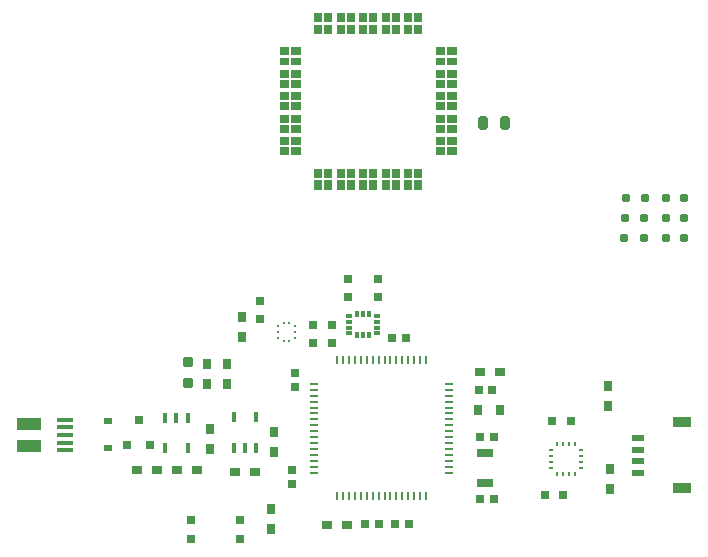
<source format=gbr>
%TF.GenerationSoftware,KiCad,Pcbnew,8.0.8*%
%TF.CreationDate,2025-01-20T12:07:48-06:00*%
%TF.ProjectId,tempo,74656d70-6f2e-46b6-9963-61645f706362,rev?*%
%TF.SameCoordinates,Original*%
%TF.FileFunction,Paste,Top*%
%TF.FilePolarity,Positive*%
%FSLAX46Y46*%
G04 Gerber Fmt 4.6, Leading zero omitted, Abs format (unit mm)*
G04 Created by KiCad (PCBNEW 8.0.8) date 2025-01-20 12:07:48*
%MOMM*%
%LPD*%
G01*
G04 APERTURE LIST*
G04 Aperture macros list*
%AMRoundRect*
0 Rectangle with rounded corners*
0 $1 Rounding radius*
0 $2 $3 $4 $5 $6 $7 $8 $9 X,Y pos of 4 corners*
0 Add a 4 corners polygon primitive as box body*
4,1,4,$2,$3,$4,$5,$6,$7,$8,$9,$2,$3,0*
0 Add four circle primitives for the rounded corners*
1,1,$1+$1,$2,$3*
1,1,$1+$1,$4,$5*
1,1,$1+$1,$6,$7*
1,1,$1+$1,$8,$9*
0 Add four rect primitives between the rounded corners*
20,1,$1+$1,$2,$3,$4,$5,0*
20,1,$1+$1,$4,$5,$6,$7,0*
20,1,$1+$1,$6,$7,$8,$9,0*
20,1,$1+$1,$8,$9,$2,$3,0*%
G04 Aperture macros list end*
%ADD10C,0.010000*%
%ADD11RoundRect,0.180000X0.180000X0.200000X-0.180000X0.200000X-0.180000X-0.200000X0.180000X-0.200000X0*%
%ADD12R,0.800000X0.880000*%
%ADD13R,0.880000X0.800000*%
%ADD14RoundRect,0.160000X-0.160000X-0.220000X0.160000X-0.220000X0.160000X0.220000X-0.160000X0.220000X0*%
%ADD15R,0.440000X0.960000*%
%ADD16R,0.720000X0.680000*%
%ADD17R,1.080000X0.480000*%
%ADD18R,1.600000X0.960000*%
%ADD19R,0.664000X0.504000*%
%ADD20RoundRect,0.200000X-0.200000X-0.380000X0.200000X-0.380000X0.200000X0.380000X-0.200000X0.380000X0*%
%ADD21RoundRect,0.025830X0.237670X0.117670X-0.237670X0.117670X-0.237670X-0.117670X0.237670X-0.117670X0*%
%ADD22RoundRect,0.025830X-0.117670X0.237670X-0.117670X-0.237670X0.117670X-0.237670X0.117670X0.237670X0*%
%ADD23R,0.680000X0.720000*%
%ADD24R,1.440000X0.800000*%
%ADD25RoundRect,0.180000X-0.200000X0.180000X-0.200000X-0.180000X0.200000X-0.180000X0.200000X0.180000X0*%
%ADD26R,0.640000X0.960000*%
%ADD27RoundRect,0.120000X0.280000X0.280000X-0.280000X0.280000X-0.280000X-0.280000X0.280000X-0.280000X0*%
%ADD28R,0.800000X0.176000*%
%ADD29R,0.176000X0.800000*%
%ADD30RoundRect,0.180000X0.200000X-0.180000X0.200000X0.180000X-0.200000X0.180000X-0.200000X-0.180000X0*%
%ADD31RoundRect,0.175000X0.175000X0.205000X-0.175000X0.205000X-0.175000X-0.205000X0.175000X-0.205000X0*%
%ADD32R,0.203200X0.223520*%
%ADD33R,0.223520X0.203200*%
%ADD34R,0.720000X0.800000*%
%ADD35R,0.640000X0.720000*%
%ADD36R,1.400000X0.320000*%
%ADD37R,2.000000X1.140000*%
%ADD38R,0.243840X0.365760*%
%ADD39R,0.365760X0.243840*%
G04 APERTURE END LIST*
D10*
%TO.C,U2*%
X160845000Y-69610000D02*
X160265000Y-69610000D01*
X160265000Y-68890000D01*
X160845000Y-68890000D01*
X160845000Y-69610000D01*
G36*
X160845000Y-69610000D02*
G01*
X160265000Y-69610000D01*
X160265000Y-68890000D01*
X160845000Y-68890000D01*
X160845000Y-69610000D01*
G37*
X159995000Y-69610000D02*
X159415000Y-69610000D01*
X159415000Y-68890000D01*
X159995000Y-68890000D01*
X159995000Y-69610000D01*
G36*
X159995000Y-69610000D02*
G01*
X159415000Y-69610000D01*
X159415000Y-68890000D01*
X159995000Y-68890000D01*
X159995000Y-69610000D01*
G37*
X158945000Y-69610000D02*
X158365000Y-69610000D01*
X158365000Y-68890000D01*
X158945000Y-68890000D01*
X158945000Y-69610000D01*
G36*
X158945000Y-69610000D02*
G01*
X158365000Y-69610000D01*
X158365000Y-68890000D01*
X158945000Y-68890000D01*
X158945000Y-69610000D01*
G37*
X158095000Y-69610000D02*
X157515000Y-69610000D01*
X157515000Y-68890000D01*
X158095000Y-68890000D01*
X158095000Y-69610000D01*
G36*
X158095000Y-69610000D02*
G01*
X157515000Y-69610000D01*
X157515000Y-68890000D01*
X158095000Y-68890000D01*
X158095000Y-69610000D01*
G37*
X157045000Y-69610000D02*
X156465000Y-69610000D01*
X156465000Y-68890000D01*
X157045000Y-68890000D01*
X157045000Y-69610000D01*
G36*
X157045000Y-69610000D02*
G01*
X156465000Y-69610000D01*
X156465000Y-68890000D01*
X157045000Y-68890000D01*
X157045000Y-69610000D01*
G37*
X156195000Y-69610000D02*
X155615000Y-69610000D01*
X155615000Y-68890000D01*
X156195000Y-68890000D01*
X156195000Y-69610000D01*
G36*
X156195000Y-69610000D02*
G01*
X155615000Y-69610000D01*
X155615000Y-68890000D01*
X156195000Y-68890000D01*
X156195000Y-69610000D01*
G37*
X155145000Y-69610000D02*
X154565000Y-69610000D01*
X154565000Y-68890000D01*
X155145000Y-68890000D01*
X155145000Y-69610000D01*
G36*
X155145000Y-69610000D02*
G01*
X154565000Y-69610000D01*
X154565000Y-68890000D01*
X155145000Y-68890000D01*
X155145000Y-69610000D01*
G37*
X154295000Y-69610000D02*
X153715000Y-69610000D01*
X153715000Y-68890000D01*
X154295000Y-68890000D01*
X154295000Y-69610000D01*
G36*
X154295000Y-69610000D02*
G01*
X153715000Y-69610000D01*
X153715000Y-68890000D01*
X154295000Y-68890000D01*
X154295000Y-69610000D01*
G37*
X153245000Y-69610000D02*
X152665000Y-69610000D01*
X152665000Y-68890000D01*
X153245000Y-68890000D01*
X153245000Y-69610000D01*
G36*
X153245000Y-69610000D02*
G01*
X152665000Y-69610000D01*
X152665000Y-68890000D01*
X153245000Y-68890000D01*
X153245000Y-69610000D01*
G37*
X152395000Y-69610000D02*
X151815000Y-69610000D01*
X151815000Y-68890000D01*
X152395000Y-68890000D01*
X152395000Y-69610000D01*
G36*
X152395000Y-69610000D02*
G01*
X151815000Y-69610000D01*
X151815000Y-68890000D01*
X152395000Y-68890000D01*
X152395000Y-69610000D01*
G37*
X160845000Y-70610000D02*
X160265000Y-70610000D01*
X160265000Y-69890000D01*
X160845000Y-69890000D01*
X160845000Y-70610000D01*
G36*
X160845000Y-70610000D02*
G01*
X160265000Y-70610000D01*
X160265000Y-69890000D01*
X160845000Y-69890000D01*
X160845000Y-70610000D01*
G37*
X159995000Y-70610000D02*
X159415000Y-70610000D01*
X159415000Y-69890000D01*
X159995000Y-69890000D01*
X159995000Y-70610000D01*
G36*
X159995000Y-70610000D02*
G01*
X159415000Y-70610000D01*
X159415000Y-69890000D01*
X159995000Y-69890000D01*
X159995000Y-70610000D01*
G37*
X158945000Y-70610000D02*
X158365000Y-70610000D01*
X158365000Y-69890000D01*
X158945000Y-69890000D01*
X158945000Y-70610000D01*
G36*
X158945000Y-70610000D02*
G01*
X158365000Y-70610000D01*
X158365000Y-69890000D01*
X158945000Y-69890000D01*
X158945000Y-70610000D01*
G37*
X158095000Y-70610000D02*
X157515000Y-70610000D01*
X157515000Y-69890000D01*
X158095000Y-69890000D01*
X158095000Y-70610000D01*
G36*
X158095000Y-70610000D02*
G01*
X157515000Y-70610000D01*
X157515000Y-69890000D01*
X158095000Y-69890000D01*
X158095000Y-70610000D01*
G37*
X157045000Y-70610000D02*
X156465000Y-70610000D01*
X156465000Y-69890000D01*
X157045000Y-69890000D01*
X157045000Y-70610000D01*
G36*
X157045000Y-70610000D02*
G01*
X156465000Y-70610000D01*
X156465000Y-69890000D01*
X157045000Y-69890000D01*
X157045000Y-70610000D01*
G37*
X156195000Y-70610000D02*
X155615000Y-70610000D01*
X155615000Y-69890000D01*
X156195000Y-69890000D01*
X156195000Y-70610000D01*
G36*
X156195000Y-70610000D02*
G01*
X155615000Y-70610000D01*
X155615000Y-69890000D01*
X156195000Y-69890000D01*
X156195000Y-70610000D01*
G37*
X155145000Y-70610000D02*
X154565000Y-70610000D01*
X154565000Y-69890000D01*
X155145000Y-69890000D01*
X155145000Y-70610000D01*
G36*
X155145000Y-70610000D02*
G01*
X154565000Y-70610000D01*
X154565000Y-69890000D01*
X155145000Y-69890000D01*
X155145000Y-70610000D01*
G37*
X154295000Y-70610000D02*
X153715000Y-70610000D01*
X153715000Y-69890000D01*
X154295000Y-69890000D01*
X154295000Y-70610000D01*
G36*
X154295000Y-70610000D02*
G01*
X153715000Y-70610000D01*
X153715000Y-69890000D01*
X154295000Y-69890000D01*
X154295000Y-70610000D01*
G37*
X153245000Y-70610000D02*
X152665000Y-70610000D01*
X152665000Y-69890000D01*
X153245000Y-69890000D01*
X153245000Y-70610000D01*
G36*
X153245000Y-70610000D02*
G01*
X152665000Y-70610000D01*
X152665000Y-69890000D01*
X153245000Y-69890000D01*
X153245000Y-70610000D01*
G37*
X152395000Y-70610000D02*
X151815000Y-70610000D01*
X151815000Y-69890000D01*
X152395000Y-69890000D01*
X152395000Y-70610000D01*
G36*
X152395000Y-70610000D02*
G01*
X151815000Y-70610000D01*
X151815000Y-69890000D01*
X152395000Y-69890000D01*
X152395000Y-70610000D01*
G37*
X163790000Y-72415000D02*
X163070000Y-72415000D01*
X163070000Y-71835000D01*
X163790000Y-71835000D01*
X163790000Y-72415000D01*
G36*
X163790000Y-72415000D02*
G01*
X163070000Y-72415000D01*
X163070000Y-71835000D01*
X163790000Y-71835000D01*
X163790000Y-72415000D01*
G37*
X162790000Y-72415000D02*
X162070000Y-72415000D01*
X162070000Y-71835000D01*
X162790000Y-71835000D01*
X162790000Y-72415000D01*
G36*
X162790000Y-72415000D02*
G01*
X162070000Y-72415000D01*
X162070000Y-71835000D01*
X162790000Y-71835000D01*
X162790000Y-72415000D01*
G37*
X150590000Y-72415000D02*
X149870000Y-72415000D01*
X149870000Y-71835000D01*
X150590000Y-71835000D01*
X150590000Y-72415000D01*
G36*
X150590000Y-72415000D02*
G01*
X149870000Y-72415000D01*
X149870000Y-71835000D01*
X150590000Y-71835000D01*
X150590000Y-72415000D01*
G37*
X149590000Y-72415000D02*
X148870000Y-72415000D01*
X148870000Y-71835000D01*
X149590000Y-71835000D01*
X149590000Y-72415000D01*
G36*
X149590000Y-72415000D02*
G01*
X148870000Y-72415000D01*
X148870000Y-71835000D01*
X149590000Y-71835000D01*
X149590000Y-72415000D01*
G37*
X163790000Y-73265000D02*
X163070000Y-73265000D01*
X163070000Y-72685000D01*
X163790000Y-72685000D01*
X163790000Y-73265000D01*
G36*
X163790000Y-73265000D02*
G01*
X163070000Y-73265000D01*
X163070000Y-72685000D01*
X163790000Y-72685000D01*
X163790000Y-73265000D01*
G37*
X162790000Y-73265000D02*
X162070000Y-73265000D01*
X162070000Y-72685000D01*
X162790000Y-72685000D01*
X162790000Y-73265000D01*
G36*
X162790000Y-73265000D02*
G01*
X162070000Y-73265000D01*
X162070000Y-72685000D01*
X162790000Y-72685000D01*
X162790000Y-73265000D01*
G37*
X150590000Y-73265000D02*
X149870000Y-73265000D01*
X149870000Y-72685000D01*
X150590000Y-72685000D01*
X150590000Y-73265000D01*
G36*
X150590000Y-73265000D02*
G01*
X149870000Y-73265000D01*
X149870000Y-72685000D01*
X150590000Y-72685000D01*
X150590000Y-73265000D01*
G37*
X149590000Y-73265000D02*
X148870000Y-73265000D01*
X148870000Y-72685000D01*
X149590000Y-72685000D01*
X149590000Y-73265000D01*
G36*
X149590000Y-73265000D02*
G01*
X148870000Y-73265000D01*
X148870000Y-72685000D01*
X149590000Y-72685000D01*
X149590000Y-73265000D01*
G37*
X163790000Y-74315000D02*
X163070000Y-74315000D01*
X163070000Y-73735000D01*
X163790000Y-73735000D01*
X163790000Y-74315000D01*
G36*
X163790000Y-74315000D02*
G01*
X163070000Y-74315000D01*
X163070000Y-73735000D01*
X163790000Y-73735000D01*
X163790000Y-74315000D01*
G37*
X162790000Y-74315000D02*
X162070000Y-74315000D01*
X162070000Y-73735000D01*
X162790000Y-73735000D01*
X162790000Y-74315000D01*
G36*
X162790000Y-74315000D02*
G01*
X162070000Y-74315000D01*
X162070000Y-73735000D01*
X162790000Y-73735000D01*
X162790000Y-74315000D01*
G37*
X150590000Y-74315000D02*
X149870000Y-74315000D01*
X149870000Y-73735000D01*
X150590000Y-73735000D01*
X150590000Y-74315000D01*
G36*
X150590000Y-74315000D02*
G01*
X149870000Y-74315000D01*
X149870000Y-73735000D01*
X150590000Y-73735000D01*
X150590000Y-74315000D01*
G37*
X149590000Y-74315000D02*
X148870000Y-74315000D01*
X148870000Y-73735000D01*
X149590000Y-73735000D01*
X149590000Y-74315000D01*
G36*
X149590000Y-74315000D02*
G01*
X148870000Y-74315000D01*
X148870000Y-73735000D01*
X149590000Y-73735000D01*
X149590000Y-74315000D01*
G37*
X163790000Y-75165000D02*
X163070000Y-75165000D01*
X163070000Y-74585000D01*
X163790000Y-74585000D01*
X163790000Y-75165000D01*
G36*
X163790000Y-75165000D02*
G01*
X163070000Y-75165000D01*
X163070000Y-74585000D01*
X163790000Y-74585000D01*
X163790000Y-75165000D01*
G37*
X162790000Y-75165000D02*
X162070000Y-75165000D01*
X162070000Y-74585000D01*
X162790000Y-74585000D01*
X162790000Y-75165000D01*
G36*
X162790000Y-75165000D02*
G01*
X162070000Y-75165000D01*
X162070000Y-74585000D01*
X162790000Y-74585000D01*
X162790000Y-75165000D01*
G37*
X150590000Y-75165000D02*
X149870000Y-75165000D01*
X149870000Y-74585000D01*
X150590000Y-74585000D01*
X150590000Y-75165000D01*
G36*
X150590000Y-75165000D02*
G01*
X149870000Y-75165000D01*
X149870000Y-74585000D01*
X150590000Y-74585000D01*
X150590000Y-75165000D01*
G37*
X149590000Y-75165000D02*
X148870000Y-75165000D01*
X148870000Y-74585000D01*
X149590000Y-74585000D01*
X149590000Y-75165000D01*
G36*
X149590000Y-75165000D02*
G01*
X148870000Y-75165000D01*
X148870000Y-74585000D01*
X149590000Y-74585000D01*
X149590000Y-75165000D01*
G37*
X163790000Y-76215000D02*
X163070000Y-76215000D01*
X163070000Y-75635000D01*
X163790000Y-75635000D01*
X163790000Y-76215000D01*
G36*
X163790000Y-76215000D02*
G01*
X163070000Y-76215000D01*
X163070000Y-75635000D01*
X163790000Y-75635000D01*
X163790000Y-76215000D01*
G37*
X162790000Y-76215000D02*
X162070000Y-76215000D01*
X162070000Y-75635000D01*
X162790000Y-75635000D01*
X162790000Y-76215000D01*
G36*
X162790000Y-76215000D02*
G01*
X162070000Y-76215000D01*
X162070000Y-75635000D01*
X162790000Y-75635000D01*
X162790000Y-76215000D01*
G37*
X150590000Y-76215000D02*
X149870000Y-76215000D01*
X149870000Y-75635000D01*
X150590000Y-75635000D01*
X150590000Y-76215000D01*
G36*
X150590000Y-76215000D02*
G01*
X149870000Y-76215000D01*
X149870000Y-75635000D01*
X150590000Y-75635000D01*
X150590000Y-76215000D01*
G37*
X149590000Y-76215000D02*
X148870000Y-76215000D01*
X148870000Y-75635000D01*
X149590000Y-75635000D01*
X149590000Y-76215000D01*
G36*
X149590000Y-76215000D02*
G01*
X148870000Y-76215000D01*
X148870000Y-75635000D01*
X149590000Y-75635000D01*
X149590000Y-76215000D01*
G37*
X163790000Y-77065000D02*
X163070000Y-77065000D01*
X163070000Y-76485000D01*
X163790000Y-76485000D01*
X163790000Y-77065000D01*
G36*
X163790000Y-77065000D02*
G01*
X163070000Y-77065000D01*
X163070000Y-76485000D01*
X163790000Y-76485000D01*
X163790000Y-77065000D01*
G37*
X162790000Y-77065000D02*
X162070000Y-77065000D01*
X162070000Y-76485000D01*
X162790000Y-76485000D01*
X162790000Y-77065000D01*
G36*
X162790000Y-77065000D02*
G01*
X162070000Y-77065000D01*
X162070000Y-76485000D01*
X162790000Y-76485000D01*
X162790000Y-77065000D01*
G37*
X150590000Y-77065000D02*
X149870000Y-77065000D01*
X149870000Y-76485000D01*
X150590000Y-76485000D01*
X150590000Y-77065000D01*
G36*
X150590000Y-77065000D02*
G01*
X149870000Y-77065000D01*
X149870000Y-76485000D01*
X150590000Y-76485000D01*
X150590000Y-77065000D01*
G37*
X149590000Y-77065000D02*
X148870000Y-77065000D01*
X148870000Y-76485000D01*
X149590000Y-76485000D01*
X149590000Y-77065000D01*
G36*
X149590000Y-77065000D02*
G01*
X148870000Y-77065000D01*
X148870000Y-76485000D01*
X149590000Y-76485000D01*
X149590000Y-77065000D01*
G37*
X163790000Y-78115000D02*
X163070000Y-78115000D01*
X163070000Y-77535000D01*
X163790000Y-77535000D01*
X163790000Y-78115000D01*
G36*
X163790000Y-78115000D02*
G01*
X163070000Y-78115000D01*
X163070000Y-77535000D01*
X163790000Y-77535000D01*
X163790000Y-78115000D01*
G37*
X162790000Y-78115000D02*
X162070000Y-78115000D01*
X162070000Y-77535000D01*
X162790000Y-77535000D01*
X162790000Y-78115000D01*
G36*
X162790000Y-78115000D02*
G01*
X162070000Y-78115000D01*
X162070000Y-77535000D01*
X162790000Y-77535000D01*
X162790000Y-78115000D01*
G37*
X150590000Y-78115000D02*
X149870000Y-78115000D01*
X149870000Y-77535000D01*
X150590000Y-77535000D01*
X150590000Y-78115000D01*
G36*
X150590000Y-78115000D02*
G01*
X149870000Y-78115000D01*
X149870000Y-77535000D01*
X150590000Y-77535000D01*
X150590000Y-78115000D01*
G37*
X149590000Y-78115000D02*
X148870000Y-78115000D01*
X148870000Y-77535000D01*
X149590000Y-77535000D01*
X149590000Y-78115000D01*
G36*
X149590000Y-78115000D02*
G01*
X148870000Y-78115000D01*
X148870000Y-77535000D01*
X149590000Y-77535000D01*
X149590000Y-78115000D01*
G37*
X163790000Y-78965000D02*
X163070000Y-78965000D01*
X163070000Y-78385000D01*
X163790000Y-78385000D01*
X163790000Y-78965000D01*
G36*
X163790000Y-78965000D02*
G01*
X163070000Y-78965000D01*
X163070000Y-78385000D01*
X163790000Y-78385000D01*
X163790000Y-78965000D01*
G37*
X162790000Y-78965000D02*
X162070000Y-78965000D01*
X162070000Y-78385000D01*
X162790000Y-78385000D01*
X162790000Y-78965000D01*
G36*
X162790000Y-78965000D02*
G01*
X162070000Y-78965000D01*
X162070000Y-78385000D01*
X162790000Y-78385000D01*
X162790000Y-78965000D01*
G37*
X150590000Y-78965000D02*
X149870000Y-78965000D01*
X149870000Y-78385000D01*
X150590000Y-78385000D01*
X150590000Y-78965000D01*
G36*
X150590000Y-78965000D02*
G01*
X149870000Y-78965000D01*
X149870000Y-78385000D01*
X150590000Y-78385000D01*
X150590000Y-78965000D01*
G37*
X149590000Y-78965000D02*
X148870000Y-78965000D01*
X148870000Y-78385000D01*
X149590000Y-78385000D01*
X149590000Y-78965000D01*
G36*
X149590000Y-78965000D02*
G01*
X148870000Y-78965000D01*
X148870000Y-78385000D01*
X149590000Y-78385000D01*
X149590000Y-78965000D01*
G37*
X163790000Y-80015000D02*
X163070000Y-80015000D01*
X163070000Y-79435000D01*
X163790000Y-79435000D01*
X163790000Y-80015000D01*
G36*
X163790000Y-80015000D02*
G01*
X163070000Y-80015000D01*
X163070000Y-79435000D01*
X163790000Y-79435000D01*
X163790000Y-80015000D01*
G37*
X162790000Y-80015000D02*
X162070000Y-80015000D01*
X162070000Y-79435000D01*
X162790000Y-79435000D01*
X162790000Y-80015000D01*
G36*
X162790000Y-80015000D02*
G01*
X162070000Y-80015000D01*
X162070000Y-79435000D01*
X162790000Y-79435000D01*
X162790000Y-80015000D01*
G37*
X150590000Y-80015000D02*
X149870000Y-80015000D01*
X149870000Y-79435000D01*
X150590000Y-79435000D01*
X150590000Y-80015000D01*
G36*
X150590000Y-80015000D02*
G01*
X149870000Y-80015000D01*
X149870000Y-79435000D01*
X150590000Y-79435000D01*
X150590000Y-80015000D01*
G37*
X149590000Y-80015000D02*
X148870000Y-80015000D01*
X148870000Y-79435000D01*
X149590000Y-79435000D01*
X149590000Y-80015000D01*
G36*
X149590000Y-80015000D02*
G01*
X148870000Y-80015000D01*
X148870000Y-79435000D01*
X149590000Y-79435000D01*
X149590000Y-80015000D01*
G37*
X163790000Y-80865000D02*
X163070000Y-80865000D01*
X163070000Y-80285000D01*
X163790000Y-80285000D01*
X163790000Y-80865000D01*
G36*
X163790000Y-80865000D02*
G01*
X163070000Y-80865000D01*
X163070000Y-80285000D01*
X163790000Y-80285000D01*
X163790000Y-80865000D01*
G37*
X162790000Y-80865000D02*
X162070000Y-80865000D01*
X162070000Y-80285000D01*
X162790000Y-80285000D01*
X162790000Y-80865000D01*
G36*
X162790000Y-80865000D02*
G01*
X162070000Y-80865000D01*
X162070000Y-80285000D01*
X162790000Y-80285000D01*
X162790000Y-80865000D01*
G37*
X150590000Y-80865000D02*
X149870000Y-80865000D01*
X149870000Y-80285000D01*
X150590000Y-80285000D01*
X150590000Y-80865000D01*
G36*
X150590000Y-80865000D02*
G01*
X149870000Y-80865000D01*
X149870000Y-80285000D01*
X150590000Y-80285000D01*
X150590000Y-80865000D01*
G37*
X149590000Y-80865000D02*
X148870000Y-80865000D01*
X148870000Y-80285000D01*
X149590000Y-80285000D01*
X149590000Y-80865000D01*
G36*
X149590000Y-80865000D02*
G01*
X148870000Y-80865000D01*
X148870000Y-80285000D01*
X149590000Y-80285000D01*
X149590000Y-80865000D01*
G37*
X160845000Y-82810000D02*
X160265000Y-82810000D01*
X160265000Y-82090000D01*
X160845000Y-82090000D01*
X160845000Y-82810000D01*
G36*
X160845000Y-82810000D02*
G01*
X160265000Y-82810000D01*
X160265000Y-82090000D01*
X160845000Y-82090000D01*
X160845000Y-82810000D01*
G37*
X159995000Y-82810000D02*
X159415000Y-82810000D01*
X159415000Y-82090000D01*
X159995000Y-82090000D01*
X159995000Y-82810000D01*
G36*
X159995000Y-82810000D02*
G01*
X159415000Y-82810000D01*
X159415000Y-82090000D01*
X159995000Y-82090000D01*
X159995000Y-82810000D01*
G37*
X158945000Y-82810000D02*
X158365000Y-82810000D01*
X158365000Y-82090000D01*
X158945000Y-82090000D01*
X158945000Y-82810000D01*
G36*
X158945000Y-82810000D02*
G01*
X158365000Y-82810000D01*
X158365000Y-82090000D01*
X158945000Y-82090000D01*
X158945000Y-82810000D01*
G37*
X158095000Y-82810000D02*
X157515000Y-82810000D01*
X157515000Y-82090000D01*
X158095000Y-82090000D01*
X158095000Y-82810000D01*
G36*
X158095000Y-82810000D02*
G01*
X157515000Y-82810000D01*
X157515000Y-82090000D01*
X158095000Y-82090000D01*
X158095000Y-82810000D01*
G37*
X157045000Y-82810000D02*
X156465000Y-82810000D01*
X156465000Y-82090000D01*
X157045000Y-82090000D01*
X157045000Y-82810000D01*
G36*
X157045000Y-82810000D02*
G01*
X156465000Y-82810000D01*
X156465000Y-82090000D01*
X157045000Y-82090000D01*
X157045000Y-82810000D01*
G37*
X156195000Y-82810000D02*
X155615000Y-82810000D01*
X155615000Y-82090000D01*
X156195000Y-82090000D01*
X156195000Y-82810000D01*
G36*
X156195000Y-82810000D02*
G01*
X155615000Y-82810000D01*
X155615000Y-82090000D01*
X156195000Y-82090000D01*
X156195000Y-82810000D01*
G37*
X155145000Y-82810000D02*
X154565000Y-82810000D01*
X154565000Y-82090000D01*
X155145000Y-82090000D01*
X155145000Y-82810000D01*
G36*
X155145000Y-82810000D02*
G01*
X154565000Y-82810000D01*
X154565000Y-82090000D01*
X155145000Y-82090000D01*
X155145000Y-82810000D01*
G37*
X154295000Y-82810000D02*
X153715000Y-82810000D01*
X153715000Y-82090000D01*
X154295000Y-82090000D01*
X154295000Y-82810000D01*
G36*
X154295000Y-82810000D02*
G01*
X153715000Y-82810000D01*
X153715000Y-82090000D01*
X154295000Y-82090000D01*
X154295000Y-82810000D01*
G37*
X153245000Y-82810000D02*
X152665000Y-82810000D01*
X152665000Y-82090000D01*
X153245000Y-82090000D01*
X153245000Y-82810000D01*
G36*
X153245000Y-82810000D02*
G01*
X152665000Y-82810000D01*
X152665000Y-82090000D01*
X153245000Y-82090000D01*
X153245000Y-82810000D01*
G37*
X152395000Y-82810000D02*
X151815000Y-82810000D01*
X151815000Y-82090000D01*
X152395000Y-82090000D01*
X152395000Y-82810000D01*
G36*
X152395000Y-82810000D02*
G01*
X151815000Y-82810000D01*
X151815000Y-82090000D01*
X152395000Y-82090000D01*
X152395000Y-82810000D01*
G37*
X160845000Y-83810000D02*
X160265000Y-83810000D01*
X160265000Y-83090000D01*
X160845000Y-83090000D01*
X160845000Y-83810000D01*
G36*
X160845000Y-83810000D02*
G01*
X160265000Y-83810000D01*
X160265000Y-83090000D01*
X160845000Y-83090000D01*
X160845000Y-83810000D01*
G37*
X159995000Y-83810000D02*
X159415000Y-83810000D01*
X159415000Y-83090000D01*
X159995000Y-83090000D01*
X159995000Y-83810000D01*
G36*
X159995000Y-83810000D02*
G01*
X159415000Y-83810000D01*
X159415000Y-83090000D01*
X159995000Y-83090000D01*
X159995000Y-83810000D01*
G37*
X158945000Y-83810000D02*
X158365000Y-83810000D01*
X158365000Y-83090000D01*
X158945000Y-83090000D01*
X158945000Y-83810000D01*
G36*
X158945000Y-83810000D02*
G01*
X158365000Y-83810000D01*
X158365000Y-83090000D01*
X158945000Y-83090000D01*
X158945000Y-83810000D01*
G37*
X158095000Y-83810000D02*
X157515000Y-83810000D01*
X157515000Y-83090000D01*
X158095000Y-83090000D01*
X158095000Y-83810000D01*
G36*
X158095000Y-83810000D02*
G01*
X157515000Y-83810000D01*
X157515000Y-83090000D01*
X158095000Y-83090000D01*
X158095000Y-83810000D01*
G37*
X157045000Y-83810000D02*
X156465000Y-83810000D01*
X156465000Y-83090000D01*
X157045000Y-83090000D01*
X157045000Y-83810000D01*
G36*
X157045000Y-83810000D02*
G01*
X156465000Y-83810000D01*
X156465000Y-83090000D01*
X157045000Y-83090000D01*
X157045000Y-83810000D01*
G37*
X156195000Y-83810000D02*
X155615000Y-83810000D01*
X155615000Y-83090000D01*
X156195000Y-83090000D01*
X156195000Y-83810000D01*
G36*
X156195000Y-83810000D02*
G01*
X155615000Y-83810000D01*
X155615000Y-83090000D01*
X156195000Y-83090000D01*
X156195000Y-83810000D01*
G37*
X155145000Y-83810000D02*
X154565000Y-83810000D01*
X154565000Y-83090000D01*
X155145000Y-83090000D01*
X155145000Y-83810000D01*
G36*
X155145000Y-83810000D02*
G01*
X154565000Y-83810000D01*
X154565000Y-83090000D01*
X155145000Y-83090000D01*
X155145000Y-83810000D01*
G37*
X154295000Y-83810000D02*
X153715000Y-83810000D01*
X153715000Y-83090000D01*
X154295000Y-83090000D01*
X154295000Y-83810000D01*
G36*
X154295000Y-83810000D02*
G01*
X153715000Y-83810000D01*
X153715000Y-83090000D01*
X154295000Y-83090000D01*
X154295000Y-83810000D01*
G37*
X153245000Y-83810000D02*
X152665000Y-83810000D01*
X152665000Y-83090000D01*
X153245000Y-83090000D01*
X153245000Y-83810000D01*
G36*
X153245000Y-83810000D02*
G01*
X152665000Y-83810000D01*
X152665000Y-83090000D01*
X153245000Y-83090000D01*
X153245000Y-83810000D01*
G37*
X152395000Y-83810000D02*
X151815000Y-83810000D01*
X151815000Y-83090000D01*
X152395000Y-83090000D01*
X152395000Y-83810000D01*
G36*
X152395000Y-83810000D02*
G01*
X151815000Y-83810000D01*
X151815000Y-83090000D01*
X152395000Y-83090000D01*
X152395000Y-83810000D01*
G37*
%TD*%
D11*
%TO.C,C7*%
X172850000Y-109750000D03*
X171300000Y-109750000D03*
%TD*%
D12*
%TO.C,C22*%
X145675000Y-94625000D03*
X145675000Y-96325000D03*
%TD*%
D13*
%TO.C,C11*%
X145075000Y-107750000D03*
X146775000Y-107750000D03*
%TD*%
D14*
%TO.C,R2*%
X178095000Y-86280000D03*
X179745000Y-86280000D03*
%TD*%
D15*
%TO.C,U5*%
X145000000Y-105725100D03*
X145950000Y-105725100D03*
X146900000Y-105725100D03*
X146900000Y-103124900D03*
X145000000Y-103124900D03*
%TD*%
D14*
%TO.C,R1*%
X178045000Y-87940000D03*
X179695000Y-87940000D03*
%TD*%
D16*
%TO.C,C13*%
X150150000Y-100555000D03*
X150150000Y-99395000D03*
%TD*%
D17*
%TO.C,J3*%
X179250000Y-107875000D03*
X179250000Y-106875000D03*
X179250000Y-105875000D03*
X179250000Y-104875000D03*
D18*
X182925000Y-103575000D03*
X182925000Y-109175000D03*
%TD*%
D19*
%TO.C,D1*%
X134300000Y-103425000D03*
X134300000Y-105725000D03*
%TD*%
D13*
%TO.C,L1*%
X167550000Y-99300000D03*
X165850000Y-99300000D03*
%TD*%
D20*
%TO.C,C1*%
X166080000Y-78250000D03*
X167980000Y-78250000D03*
%TD*%
D21*
%TO.C,U3*%
X157077500Y-96050000D03*
X157077500Y-95550000D03*
X157077500Y-95050000D03*
X157077500Y-94550000D03*
D22*
X156412500Y-96220000D03*
X156412500Y-94390000D03*
X155912500Y-96220000D03*
X155912500Y-94390000D03*
X155412500Y-96220000D03*
X155412500Y-94390000D03*
D21*
X154752500Y-96050000D03*
X154752500Y-95550000D03*
X154752500Y-95050000D03*
X154752500Y-94550000D03*
%TD*%
D12*
%TO.C,R7*%
X148375000Y-104350000D03*
X148375000Y-106050000D03*
%TD*%
%TO.C,R9*%
X142700000Y-100350000D03*
X142700000Y-98650000D03*
%TD*%
D23*
%TO.C,C9*%
X165845000Y-110025000D03*
X167005000Y-110025000D03*
%TD*%
D12*
%TO.C,C16*%
X144450000Y-100325000D03*
X144450000Y-98625000D03*
%TD*%
%TO.C,R13*%
X176875000Y-107525000D03*
X176875000Y-109225000D03*
%TD*%
D24*
%TO.C,Y1*%
X166225000Y-108700000D03*
X166225000Y-106200000D03*
%TD*%
D25*
%TO.C,C3*%
X151700000Y-95325000D03*
X151700000Y-96875000D03*
%TD*%
%TO.C,C6*%
X153312500Y-95325000D03*
X153312500Y-96875000D03*
%TD*%
D11*
%TO.C,C8*%
X173500000Y-103500000D03*
X171950000Y-103500000D03*
%TD*%
D12*
%TO.C,R11*%
X142975000Y-105825000D03*
X142975000Y-104125000D03*
%TD*%
%TO.C,R8*%
X148100000Y-112625000D03*
X148100000Y-110925000D03*
%TD*%
D26*
%TO.C,C18*%
X165700000Y-102525000D03*
X167500000Y-102525000D03*
%TD*%
D27*
%TO.C,LED4*%
X141100000Y-98498000D03*
X141100000Y-100252000D03*
%TD*%
D28*
%TO.C,U6*%
X163250000Y-107825000D03*
X163250000Y-107325000D03*
X163250000Y-106825000D03*
X163250000Y-106325000D03*
X163250000Y-105825000D03*
X163250000Y-105325000D03*
X163250000Y-104825000D03*
X163250000Y-104325000D03*
X163250000Y-103825000D03*
X163250000Y-103325000D03*
X163250000Y-102825000D03*
X163250000Y-102325000D03*
X163250000Y-101825000D03*
X163250000Y-101325000D03*
X163250000Y-100825000D03*
X163250000Y-100325000D03*
D29*
X161250000Y-98325000D03*
X160750000Y-98325000D03*
X160250000Y-98325000D03*
X159750000Y-98325000D03*
X159250000Y-98325000D03*
X158750000Y-98325000D03*
X158250000Y-98325000D03*
X157750000Y-98325000D03*
X157250000Y-98325000D03*
X156750000Y-98325000D03*
X156250000Y-98325000D03*
X155750000Y-98325000D03*
X155250000Y-98325000D03*
X154750000Y-98325000D03*
X154250000Y-98325000D03*
X153750000Y-98325000D03*
D28*
X151750000Y-100325000D03*
X151750000Y-100825000D03*
X151750000Y-101325000D03*
X151750000Y-101825000D03*
X151750000Y-102325000D03*
X151750000Y-102825000D03*
X151750000Y-103325000D03*
X151750000Y-103825000D03*
X151750000Y-104325000D03*
X151750000Y-104825000D03*
X151750000Y-105325000D03*
X151750000Y-105825000D03*
X151750000Y-106325000D03*
X151750000Y-106825000D03*
X151750000Y-107325000D03*
X151750000Y-107825000D03*
D29*
X153750000Y-109825000D03*
X154250000Y-109825000D03*
X154750000Y-109825000D03*
X155250000Y-109825000D03*
X155750000Y-109825000D03*
X156250000Y-109825000D03*
X156750000Y-109825000D03*
X157250000Y-109825000D03*
X157750000Y-109825000D03*
X158250000Y-109825000D03*
X158750000Y-109825000D03*
X159250000Y-109825000D03*
X159750000Y-109825000D03*
X160250000Y-109825000D03*
X160750000Y-109825000D03*
X161250000Y-109825000D03*
%TD*%
D23*
%TO.C,C10*%
X165870000Y-104825000D03*
X167030000Y-104825000D03*
%TD*%
D30*
%TO.C,C5*%
X154675000Y-93000000D03*
X154675000Y-91450000D03*
%TD*%
D13*
%TO.C,C21*%
X140175000Y-107650000D03*
X141875000Y-107650000D03*
%TD*%
D31*
%TO.C,LED3*%
X183137500Y-84570000D03*
X181562500Y-84570000D03*
%TD*%
D13*
%TO.C,R6*%
X136800000Y-107650000D03*
X138500000Y-107650000D03*
%TD*%
D32*
%TO.C,U1*%
X149700063Y-95200700D03*
X149199937Y-95200700D03*
D33*
X148700700Y-95449874D03*
X148700700Y-95950000D03*
X148700700Y-96450126D03*
D32*
X149199937Y-96699300D03*
X149700063Y-96699300D03*
D33*
X150199300Y-96450126D03*
X150199300Y-95950000D03*
X150199300Y-95449874D03*
%TD*%
D31*
%TO.C,LED1*%
X183117500Y-87980000D03*
X181542500Y-87980000D03*
%TD*%
D14*
%TO.C,R3*%
X178155000Y-84550000D03*
X179805000Y-84550000D03*
%TD*%
D15*
%TO.C,U7*%
X141074500Y-103174900D03*
X140124500Y-103174900D03*
X139174500Y-103174900D03*
X139174500Y-105775100D03*
X141074500Y-105775100D03*
%TD*%
D34*
%TO.C,S1*%
X141400000Y-111850000D03*
X145500000Y-111850000D03*
X141400000Y-113450000D03*
X145500000Y-113450000D03*
%TD*%
D23*
%TO.C,C15*%
X157255000Y-112200000D03*
X156095000Y-112200000D03*
%TD*%
%TO.C,C20*%
X158645000Y-112200000D03*
X159805000Y-112200000D03*
%TD*%
%TO.C,C12*%
X159580000Y-96475000D03*
X158420000Y-96475000D03*
%TD*%
D12*
%TO.C,R12*%
X176650000Y-102175000D03*
X176650000Y-100475000D03*
%TD*%
D25*
%TO.C,C2*%
X147200000Y-93275000D03*
X147200000Y-94825000D03*
%TD*%
D16*
%TO.C,C14*%
X149900000Y-108755000D03*
X149900000Y-107595000D03*
%TD*%
D35*
%TO.C,Q1*%
X135975000Y-105475000D03*
X137875000Y-105475000D03*
X136925000Y-103375000D03*
%TD*%
D23*
%TO.C,C17*%
X165720000Y-100850000D03*
X166880000Y-100850000D03*
%TD*%
D31*
%TO.C,LED2*%
X183137500Y-86270000D03*
X181562500Y-86270000D03*
%TD*%
D36*
%TO.C,J4*%
X130697500Y-103353250D03*
X130697500Y-104003250D03*
X130697500Y-104653250D03*
X130697500Y-105303250D03*
X130697500Y-105953250D03*
D37*
X127622500Y-103690750D03*
X127622500Y-105615750D03*
%TD*%
D13*
%TO.C,C19*%
X154575000Y-112250000D03*
X152875000Y-112250000D03*
%TD*%
D30*
%TO.C,C4*%
X157175000Y-92975000D03*
X157175000Y-91425000D03*
%TD*%
D38*
%TO.C,U4*%
X173875001Y-105425001D03*
X173375000Y-105425001D03*
X172875000Y-105425001D03*
X172374999Y-105425001D03*
D39*
X171850001Y-105949999D03*
X171850001Y-106450000D03*
X171850001Y-106950000D03*
X171850001Y-107450001D03*
D38*
X172374999Y-107974999D03*
X172875000Y-107974999D03*
X173375000Y-107974999D03*
X173875001Y-107974999D03*
D39*
X174399999Y-107450001D03*
X174399999Y-106950000D03*
X174399999Y-106450000D03*
X174399999Y-105949999D03*
%TD*%
M02*

</source>
